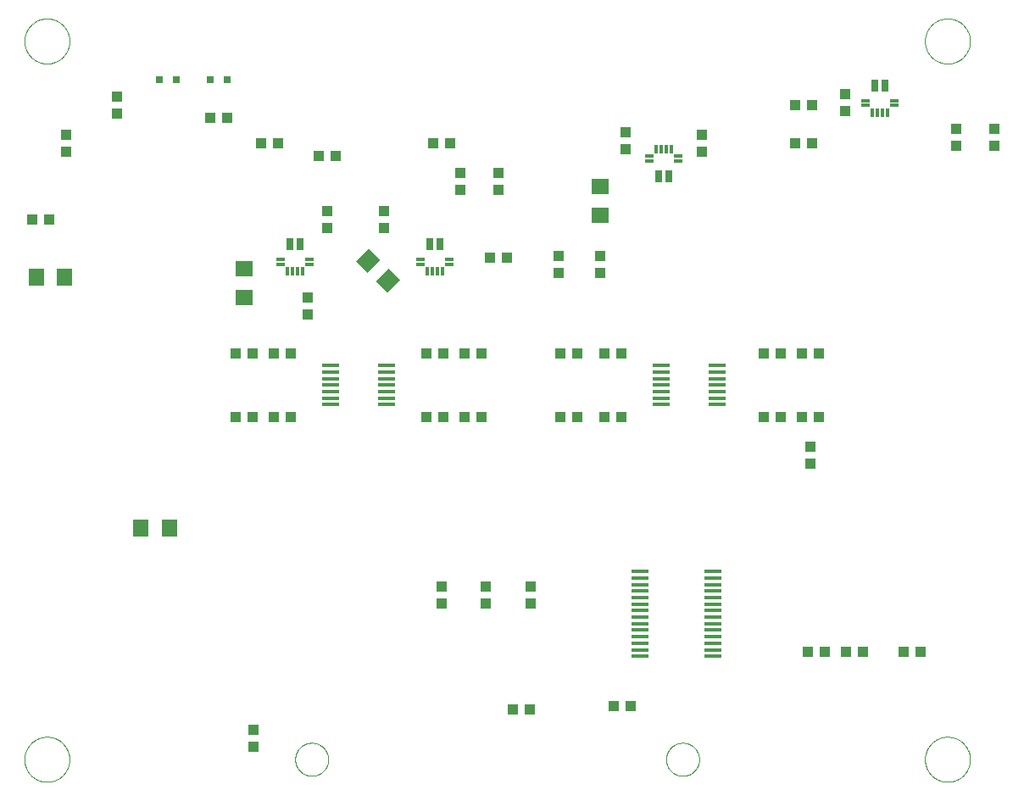
<source format=gtp>
G75*
%MOIN*%
%OFA0B0*%
%FSLAX25Y25*%
%IPPOS*%
%LPD*%
%AMOC8*
5,1,8,0,0,1.08239X$1,22.5*
%
%ADD10R,0.03150X0.05000*%
%ADD11R,0.03346X0.01181*%
%ADD12R,0.01181X0.03346*%
%ADD13R,0.03937X0.04331*%
%ADD14R,0.04331X0.03937*%
%ADD15R,0.07098X0.06299*%
%ADD16R,0.06600X0.01700*%
%ADD17R,0.06600X0.01400*%
%ADD18R,0.06299X0.07098*%
%ADD19C,0.00000*%
%ADD20R,0.02600X0.02800*%
D10*
X0124080Y0230970D03*
X0128017Y0230970D03*
X0179080Y0230970D03*
X0183017Y0230970D03*
X0269080Y0257840D03*
X0273017Y0257840D03*
X0354080Y0293470D03*
X0358017Y0293470D03*
D11*
X0361757Y0287564D03*
X0361757Y0285596D03*
X0350340Y0285596D03*
X0350340Y0287564D03*
X0276757Y0265714D03*
X0276757Y0263745D03*
X0265340Y0263745D03*
X0265340Y0265714D03*
X0186757Y0225064D03*
X0186757Y0223096D03*
X0175340Y0223096D03*
X0175340Y0225064D03*
X0131757Y0225064D03*
X0131757Y0223096D03*
X0120340Y0223096D03*
X0120340Y0225064D03*
D12*
X0123096Y0220340D03*
X0125064Y0220340D03*
X0127033Y0220340D03*
X0129001Y0220340D03*
X0178096Y0220340D03*
X0180064Y0220340D03*
X0182033Y0220340D03*
X0184001Y0220340D03*
X0268096Y0268470D03*
X0270064Y0268470D03*
X0272033Y0268470D03*
X0274001Y0268470D03*
X0353096Y0282840D03*
X0355064Y0282840D03*
X0357033Y0282840D03*
X0359001Y0282840D03*
D13*
X0329395Y0285655D03*
X0322702Y0285655D03*
X0256048Y0275251D03*
X0256048Y0268558D03*
X0229798Y0226501D03*
X0229798Y0219808D03*
X0230202Y0188155D03*
X0236895Y0188155D03*
X0247702Y0188155D03*
X0254395Y0188155D03*
X0254395Y0163155D03*
X0247702Y0163155D03*
X0236895Y0163155D03*
X0230202Y0163155D03*
X0199395Y0163155D03*
X0192702Y0163155D03*
X0184395Y0163155D03*
X0177702Y0163155D03*
X0177702Y0188155D03*
X0184395Y0188155D03*
X0192702Y0188155D03*
X0199395Y0188155D03*
X0138548Y0237308D03*
X0138548Y0244001D03*
X0135202Y0265655D03*
X0141895Y0265655D03*
X0180202Y0270655D03*
X0186895Y0270655D03*
X0206048Y0259001D03*
X0206048Y0252308D03*
X0131048Y0210251D03*
X0131048Y0203558D03*
X0124395Y0188155D03*
X0117702Y0188155D03*
X0109395Y0188155D03*
X0102702Y0188155D03*
X0102702Y0163155D03*
X0109395Y0163155D03*
X0117702Y0163155D03*
X0124395Y0163155D03*
X0183548Y0096501D03*
X0183548Y0089808D03*
X0201048Y0089808D03*
X0201048Y0096501D03*
X0218548Y0096501D03*
X0218548Y0089808D03*
X0218273Y0048115D03*
X0211580Y0048115D03*
X0251452Y0049405D03*
X0258145Y0049405D03*
X0327702Y0070655D03*
X0334395Y0070655D03*
X0342702Y0070655D03*
X0349395Y0070655D03*
X0365202Y0070655D03*
X0371895Y0070655D03*
X0331895Y0163155D03*
X0325202Y0163155D03*
X0316895Y0163155D03*
X0310202Y0163155D03*
X0310202Y0188155D03*
X0316895Y0188155D03*
X0325202Y0188155D03*
X0331895Y0188155D03*
X0401048Y0269808D03*
X0401048Y0276501D03*
X0099395Y0280655D03*
X0092702Y0280655D03*
X0036048Y0274001D03*
X0036048Y0267308D03*
X0029395Y0240655D03*
X0022702Y0240655D03*
D14*
X0056048Y0282308D03*
X0056048Y0289001D03*
X0112702Y0270655D03*
X0119395Y0270655D03*
X0161048Y0244001D03*
X0161048Y0237308D03*
X0191048Y0252308D03*
X0191048Y0259001D03*
X0202702Y0225655D03*
X0209395Y0225655D03*
X0246048Y0226501D03*
X0246048Y0219808D03*
X0286048Y0267308D03*
X0286048Y0274001D03*
X0322702Y0270655D03*
X0329395Y0270655D03*
X0342298Y0283558D03*
X0342298Y0290251D03*
X0386048Y0276501D03*
X0386048Y0269808D03*
X0328548Y0151501D03*
X0328548Y0144808D03*
X0109798Y0040251D03*
X0109798Y0033558D03*
D15*
X0106048Y0210056D03*
X0106048Y0221253D03*
X0246048Y0242556D03*
X0246048Y0253753D03*
D16*
X0261798Y0102289D03*
X0261798Y0099730D03*
X0261798Y0097171D03*
X0261798Y0094611D03*
X0261798Y0092052D03*
X0261798Y0089493D03*
X0261798Y0086934D03*
X0261798Y0084375D03*
X0261798Y0081816D03*
X0261798Y0079257D03*
X0261798Y0076698D03*
X0261798Y0074139D03*
X0261798Y0071580D03*
X0261798Y0069021D03*
X0290298Y0069021D03*
X0290298Y0071580D03*
X0290298Y0074139D03*
X0290298Y0076698D03*
X0290298Y0079257D03*
X0290298Y0081816D03*
X0290298Y0084375D03*
X0290298Y0086934D03*
X0290298Y0089493D03*
X0290298Y0092052D03*
X0290298Y0094611D03*
X0290298Y0097170D03*
X0290298Y0099730D03*
X0290298Y0102289D03*
D17*
X0292148Y0167978D03*
X0292148Y0170537D03*
X0292148Y0173096D03*
X0292148Y0175655D03*
X0292148Y0178214D03*
X0292148Y0180773D03*
X0292148Y0183332D03*
X0269948Y0183332D03*
X0269948Y0180773D03*
X0269948Y0178214D03*
X0269948Y0175655D03*
X0269948Y0173096D03*
X0269948Y0170537D03*
X0269948Y0167978D03*
X0162148Y0167978D03*
X0162148Y0170537D03*
X0162148Y0173096D03*
X0162148Y0175655D03*
X0162148Y0178214D03*
X0162148Y0180773D03*
X0162148Y0183332D03*
X0139948Y0183332D03*
X0139948Y0180773D03*
X0139948Y0178214D03*
X0139948Y0175655D03*
X0139948Y0173096D03*
X0139948Y0170537D03*
X0139948Y0167978D03*
D18*
G36*
X0162789Y0221432D02*
X0167243Y0216978D01*
X0162225Y0211960D01*
X0157771Y0216414D01*
X0162789Y0221432D01*
G37*
G36*
X0154872Y0229349D02*
X0159326Y0224895D01*
X0154308Y0219877D01*
X0149854Y0224331D01*
X0154872Y0229349D01*
G37*
X0035397Y0218155D03*
X0024200Y0218155D03*
X0065450Y0119405D03*
X0076647Y0119405D03*
D19*
X0019592Y0028450D02*
X0019595Y0028667D01*
X0019603Y0028885D01*
X0019616Y0029102D01*
X0019635Y0029318D01*
X0019659Y0029534D01*
X0019688Y0029750D01*
X0019722Y0029964D01*
X0019762Y0030178D01*
X0019807Y0030391D01*
X0019857Y0030602D01*
X0019913Y0030813D01*
X0019973Y0031021D01*
X0020039Y0031229D01*
X0020110Y0031434D01*
X0020186Y0031638D01*
X0020266Y0031840D01*
X0020352Y0032040D01*
X0020442Y0032237D01*
X0020538Y0032433D01*
X0020638Y0032626D01*
X0020743Y0032816D01*
X0020852Y0033004D01*
X0020966Y0033189D01*
X0021085Y0033371D01*
X0021208Y0033551D01*
X0021335Y0033727D01*
X0021467Y0033900D01*
X0021603Y0034069D01*
X0021743Y0034236D01*
X0021887Y0034399D01*
X0022035Y0034558D01*
X0022186Y0034714D01*
X0022342Y0034865D01*
X0022501Y0035013D01*
X0022664Y0035157D01*
X0022831Y0035297D01*
X0023000Y0035433D01*
X0023173Y0035565D01*
X0023349Y0035692D01*
X0023529Y0035815D01*
X0023711Y0035934D01*
X0023896Y0036048D01*
X0024084Y0036157D01*
X0024274Y0036262D01*
X0024467Y0036362D01*
X0024663Y0036458D01*
X0024860Y0036548D01*
X0025060Y0036634D01*
X0025262Y0036714D01*
X0025466Y0036790D01*
X0025671Y0036861D01*
X0025879Y0036927D01*
X0026087Y0036987D01*
X0026298Y0037043D01*
X0026509Y0037093D01*
X0026722Y0037138D01*
X0026936Y0037178D01*
X0027150Y0037212D01*
X0027366Y0037241D01*
X0027582Y0037265D01*
X0027798Y0037284D01*
X0028015Y0037297D01*
X0028233Y0037305D01*
X0028450Y0037308D01*
X0028667Y0037305D01*
X0028885Y0037297D01*
X0029102Y0037284D01*
X0029318Y0037265D01*
X0029534Y0037241D01*
X0029750Y0037212D01*
X0029964Y0037178D01*
X0030178Y0037138D01*
X0030391Y0037093D01*
X0030602Y0037043D01*
X0030813Y0036987D01*
X0031021Y0036927D01*
X0031229Y0036861D01*
X0031434Y0036790D01*
X0031638Y0036714D01*
X0031840Y0036634D01*
X0032040Y0036548D01*
X0032237Y0036458D01*
X0032433Y0036362D01*
X0032626Y0036262D01*
X0032816Y0036157D01*
X0033004Y0036048D01*
X0033189Y0035934D01*
X0033371Y0035815D01*
X0033551Y0035692D01*
X0033727Y0035565D01*
X0033900Y0035433D01*
X0034069Y0035297D01*
X0034236Y0035157D01*
X0034399Y0035013D01*
X0034558Y0034865D01*
X0034714Y0034714D01*
X0034865Y0034558D01*
X0035013Y0034399D01*
X0035157Y0034236D01*
X0035297Y0034069D01*
X0035433Y0033900D01*
X0035565Y0033727D01*
X0035692Y0033551D01*
X0035815Y0033371D01*
X0035934Y0033189D01*
X0036048Y0033004D01*
X0036157Y0032816D01*
X0036262Y0032626D01*
X0036362Y0032433D01*
X0036458Y0032237D01*
X0036548Y0032040D01*
X0036634Y0031840D01*
X0036714Y0031638D01*
X0036790Y0031434D01*
X0036861Y0031229D01*
X0036927Y0031021D01*
X0036987Y0030813D01*
X0037043Y0030602D01*
X0037093Y0030391D01*
X0037138Y0030178D01*
X0037178Y0029964D01*
X0037212Y0029750D01*
X0037241Y0029534D01*
X0037265Y0029318D01*
X0037284Y0029102D01*
X0037297Y0028885D01*
X0037305Y0028667D01*
X0037308Y0028450D01*
X0037305Y0028233D01*
X0037297Y0028015D01*
X0037284Y0027798D01*
X0037265Y0027582D01*
X0037241Y0027366D01*
X0037212Y0027150D01*
X0037178Y0026936D01*
X0037138Y0026722D01*
X0037093Y0026509D01*
X0037043Y0026298D01*
X0036987Y0026087D01*
X0036927Y0025879D01*
X0036861Y0025671D01*
X0036790Y0025466D01*
X0036714Y0025262D01*
X0036634Y0025060D01*
X0036548Y0024860D01*
X0036458Y0024663D01*
X0036362Y0024467D01*
X0036262Y0024274D01*
X0036157Y0024084D01*
X0036048Y0023896D01*
X0035934Y0023711D01*
X0035815Y0023529D01*
X0035692Y0023349D01*
X0035565Y0023173D01*
X0035433Y0023000D01*
X0035297Y0022831D01*
X0035157Y0022664D01*
X0035013Y0022501D01*
X0034865Y0022342D01*
X0034714Y0022186D01*
X0034558Y0022035D01*
X0034399Y0021887D01*
X0034236Y0021743D01*
X0034069Y0021603D01*
X0033900Y0021467D01*
X0033727Y0021335D01*
X0033551Y0021208D01*
X0033371Y0021085D01*
X0033189Y0020966D01*
X0033004Y0020852D01*
X0032816Y0020743D01*
X0032626Y0020638D01*
X0032433Y0020538D01*
X0032237Y0020442D01*
X0032040Y0020352D01*
X0031840Y0020266D01*
X0031638Y0020186D01*
X0031434Y0020110D01*
X0031229Y0020039D01*
X0031021Y0019973D01*
X0030813Y0019913D01*
X0030602Y0019857D01*
X0030391Y0019807D01*
X0030178Y0019762D01*
X0029964Y0019722D01*
X0029750Y0019688D01*
X0029534Y0019659D01*
X0029318Y0019635D01*
X0029102Y0019616D01*
X0028885Y0019603D01*
X0028667Y0019595D01*
X0028450Y0019592D01*
X0028233Y0019595D01*
X0028015Y0019603D01*
X0027798Y0019616D01*
X0027582Y0019635D01*
X0027366Y0019659D01*
X0027150Y0019688D01*
X0026936Y0019722D01*
X0026722Y0019762D01*
X0026509Y0019807D01*
X0026298Y0019857D01*
X0026087Y0019913D01*
X0025879Y0019973D01*
X0025671Y0020039D01*
X0025466Y0020110D01*
X0025262Y0020186D01*
X0025060Y0020266D01*
X0024860Y0020352D01*
X0024663Y0020442D01*
X0024467Y0020538D01*
X0024274Y0020638D01*
X0024084Y0020743D01*
X0023896Y0020852D01*
X0023711Y0020966D01*
X0023529Y0021085D01*
X0023349Y0021208D01*
X0023173Y0021335D01*
X0023000Y0021467D01*
X0022831Y0021603D01*
X0022664Y0021743D01*
X0022501Y0021887D01*
X0022342Y0022035D01*
X0022186Y0022186D01*
X0022035Y0022342D01*
X0021887Y0022501D01*
X0021743Y0022664D01*
X0021603Y0022831D01*
X0021467Y0023000D01*
X0021335Y0023173D01*
X0021208Y0023349D01*
X0021085Y0023529D01*
X0020966Y0023711D01*
X0020852Y0023896D01*
X0020743Y0024084D01*
X0020638Y0024274D01*
X0020538Y0024467D01*
X0020442Y0024663D01*
X0020352Y0024860D01*
X0020266Y0025060D01*
X0020186Y0025262D01*
X0020110Y0025466D01*
X0020039Y0025671D01*
X0019973Y0025879D01*
X0019913Y0026087D01*
X0019857Y0026298D01*
X0019807Y0026509D01*
X0019762Y0026722D01*
X0019722Y0026936D01*
X0019688Y0027150D01*
X0019659Y0027366D01*
X0019635Y0027582D01*
X0019616Y0027798D01*
X0019603Y0028015D01*
X0019595Y0028233D01*
X0019592Y0028450D01*
X0126088Y0028450D02*
X0126090Y0028611D01*
X0126096Y0028771D01*
X0126106Y0028932D01*
X0126120Y0029092D01*
X0126138Y0029251D01*
X0126159Y0029411D01*
X0126185Y0029569D01*
X0126215Y0029727D01*
X0126248Y0029884D01*
X0126286Y0030041D01*
X0126327Y0030196D01*
X0126372Y0030350D01*
X0126421Y0030503D01*
X0126474Y0030655D01*
X0126530Y0030805D01*
X0126590Y0030954D01*
X0126654Y0031102D01*
X0126721Y0031248D01*
X0126792Y0031392D01*
X0126867Y0031534D01*
X0126945Y0031675D01*
X0127026Y0031813D01*
X0127111Y0031950D01*
X0127200Y0032084D01*
X0127291Y0032216D01*
X0127386Y0032346D01*
X0127484Y0032473D01*
X0127585Y0032598D01*
X0127689Y0032721D01*
X0127796Y0032840D01*
X0127906Y0032957D01*
X0128019Y0033072D01*
X0128135Y0033183D01*
X0128253Y0033292D01*
X0128374Y0033397D01*
X0128498Y0033500D01*
X0128624Y0033600D01*
X0128753Y0033696D01*
X0128884Y0033789D01*
X0129017Y0033879D01*
X0129152Y0033966D01*
X0129290Y0034049D01*
X0129429Y0034128D01*
X0129571Y0034205D01*
X0129714Y0034278D01*
X0129859Y0034347D01*
X0130006Y0034412D01*
X0130154Y0034474D01*
X0130304Y0034533D01*
X0130455Y0034587D01*
X0130607Y0034638D01*
X0130761Y0034685D01*
X0130916Y0034728D01*
X0131071Y0034767D01*
X0131228Y0034803D01*
X0131386Y0034835D01*
X0131544Y0034862D01*
X0131703Y0034886D01*
X0131862Y0034906D01*
X0132022Y0034922D01*
X0132183Y0034934D01*
X0132343Y0034942D01*
X0132504Y0034946D01*
X0132664Y0034946D01*
X0132825Y0034942D01*
X0132985Y0034934D01*
X0133146Y0034922D01*
X0133306Y0034906D01*
X0133465Y0034886D01*
X0133624Y0034862D01*
X0133782Y0034835D01*
X0133940Y0034803D01*
X0134097Y0034767D01*
X0134252Y0034728D01*
X0134407Y0034685D01*
X0134561Y0034638D01*
X0134713Y0034587D01*
X0134864Y0034533D01*
X0135014Y0034474D01*
X0135162Y0034412D01*
X0135309Y0034347D01*
X0135454Y0034278D01*
X0135597Y0034205D01*
X0135739Y0034128D01*
X0135878Y0034049D01*
X0136016Y0033966D01*
X0136151Y0033879D01*
X0136284Y0033789D01*
X0136415Y0033696D01*
X0136544Y0033600D01*
X0136670Y0033500D01*
X0136794Y0033397D01*
X0136915Y0033292D01*
X0137033Y0033183D01*
X0137149Y0033072D01*
X0137262Y0032957D01*
X0137372Y0032840D01*
X0137479Y0032721D01*
X0137583Y0032598D01*
X0137684Y0032473D01*
X0137782Y0032346D01*
X0137877Y0032216D01*
X0137968Y0032084D01*
X0138057Y0031950D01*
X0138142Y0031813D01*
X0138223Y0031675D01*
X0138301Y0031534D01*
X0138376Y0031392D01*
X0138447Y0031248D01*
X0138514Y0031102D01*
X0138578Y0030954D01*
X0138638Y0030805D01*
X0138694Y0030655D01*
X0138747Y0030503D01*
X0138796Y0030350D01*
X0138841Y0030196D01*
X0138882Y0030041D01*
X0138920Y0029884D01*
X0138953Y0029727D01*
X0138983Y0029569D01*
X0139009Y0029411D01*
X0139030Y0029251D01*
X0139048Y0029092D01*
X0139062Y0028932D01*
X0139072Y0028771D01*
X0139078Y0028611D01*
X0139080Y0028450D01*
X0139078Y0028289D01*
X0139072Y0028129D01*
X0139062Y0027968D01*
X0139048Y0027808D01*
X0139030Y0027649D01*
X0139009Y0027489D01*
X0138983Y0027331D01*
X0138953Y0027173D01*
X0138920Y0027016D01*
X0138882Y0026859D01*
X0138841Y0026704D01*
X0138796Y0026550D01*
X0138747Y0026397D01*
X0138694Y0026245D01*
X0138638Y0026095D01*
X0138578Y0025946D01*
X0138514Y0025798D01*
X0138447Y0025652D01*
X0138376Y0025508D01*
X0138301Y0025366D01*
X0138223Y0025225D01*
X0138142Y0025087D01*
X0138057Y0024950D01*
X0137968Y0024816D01*
X0137877Y0024684D01*
X0137782Y0024554D01*
X0137684Y0024427D01*
X0137583Y0024302D01*
X0137479Y0024179D01*
X0137372Y0024060D01*
X0137262Y0023943D01*
X0137149Y0023828D01*
X0137033Y0023717D01*
X0136915Y0023608D01*
X0136794Y0023503D01*
X0136670Y0023400D01*
X0136544Y0023300D01*
X0136415Y0023204D01*
X0136284Y0023111D01*
X0136151Y0023021D01*
X0136016Y0022934D01*
X0135878Y0022851D01*
X0135739Y0022772D01*
X0135597Y0022695D01*
X0135454Y0022622D01*
X0135309Y0022553D01*
X0135162Y0022488D01*
X0135014Y0022426D01*
X0134864Y0022367D01*
X0134713Y0022313D01*
X0134561Y0022262D01*
X0134407Y0022215D01*
X0134252Y0022172D01*
X0134097Y0022133D01*
X0133940Y0022097D01*
X0133782Y0022065D01*
X0133624Y0022038D01*
X0133465Y0022014D01*
X0133306Y0021994D01*
X0133146Y0021978D01*
X0132985Y0021966D01*
X0132825Y0021958D01*
X0132664Y0021954D01*
X0132504Y0021954D01*
X0132343Y0021958D01*
X0132183Y0021966D01*
X0132022Y0021978D01*
X0131862Y0021994D01*
X0131703Y0022014D01*
X0131544Y0022038D01*
X0131386Y0022065D01*
X0131228Y0022097D01*
X0131071Y0022133D01*
X0130916Y0022172D01*
X0130761Y0022215D01*
X0130607Y0022262D01*
X0130455Y0022313D01*
X0130304Y0022367D01*
X0130154Y0022426D01*
X0130006Y0022488D01*
X0129859Y0022553D01*
X0129714Y0022622D01*
X0129571Y0022695D01*
X0129429Y0022772D01*
X0129290Y0022851D01*
X0129152Y0022934D01*
X0129017Y0023021D01*
X0128884Y0023111D01*
X0128753Y0023204D01*
X0128624Y0023300D01*
X0128498Y0023400D01*
X0128374Y0023503D01*
X0128253Y0023608D01*
X0128135Y0023717D01*
X0128019Y0023828D01*
X0127906Y0023943D01*
X0127796Y0024060D01*
X0127689Y0024179D01*
X0127585Y0024302D01*
X0127484Y0024427D01*
X0127386Y0024554D01*
X0127291Y0024684D01*
X0127200Y0024816D01*
X0127111Y0024950D01*
X0127026Y0025087D01*
X0126945Y0025225D01*
X0126867Y0025366D01*
X0126792Y0025508D01*
X0126721Y0025652D01*
X0126654Y0025798D01*
X0126590Y0025946D01*
X0126530Y0026095D01*
X0126474Y0026245D01*
X0126421Y0026397D01*
X0126372Y0026550D01*
X0126327Y0026704D01*
X0126286Y0026859D01*
X0126248Y0027016D01*
X0126215Y0027173D01*
X0126185Y0027331D01*
X0126159Y0027489D01*
X0126138Y0027649D01*
X0126120Y0027808D01*
X0126106Y0027968D01*
X0126096Y0028129D01*
X0126090Y0028289D01*
X0126088Y0028450D01*
X0271954Y0028450D02*
X0271956Y0028611D01*
X0271962Y0028771D01*
X0271972Y0028932D01*
X0271986Y0029092D01*
X0272004Y0029251D01*
X0272025Y0029411D01*
X0272051Y0029569D01*
X0272081Y0029727D01*
X0272114Y0029884D01*
X0272152Y0030041D01*
X0272193Y0030196D01*
X0272238Y0030350D01*
X0272287Y0030503D01*
X0272340Y0030655D01*
X0272396Y0030805D01*
X0272456Y0030954D01*
X0272520Y0031102D01*
X0272587Y0031248D01*
X0272658Y0031392D01*
X0272733Y0031534D01*
X0272811Y0031675D01*
X0272892Y0031813D01*
X0272977Y0031950D01*
X0273066Y0032084D01*
X0273157Y0032216D01*
X0273252Y0032346D01*
X0273350Y0032473D01*
X0273451Y0032598D01*
X0273555Y0032721D01*
X0273662Y0032840D01*
X0273772Y0032957D01*
X0273885Y0033072D01*
X0274001Y0033183D01*
X0274119Y0033292D01*
X0274240Y0033397D01*
X0274364Y0033500D01*
X0274490Y0033600D01*
X0274619Y0033696D01*
X0274750Y0033789D01*
X0274883Y0033879D01*
X0275018Y0033966D01*
X0275156Y0034049D01*
X0275295Y0034128D01*
X0275437Y0034205D01*
X0275580Y0034278D01*
X0275725Y0034347D01*
X0275872Y0034412D01*
X0276020Y0034474D01*
X0276170Y0034533D01*
X0276321Y0034587D01*
X0276473Y0034638D01*
X0276627Y0034685D01*
X0276782Y0034728D01*
X0276937Y0034767D01*
X0277094Y0034803D01*
X0277252Y0034835D01*
X0277410Y0034862D01*
X0277569Y0034886D01*
X0277728Y0034906D01*
X0277888Y0034922D01*
X0278049Y0034934D01*
X0278209Y0034942D01*
X0278370Y0034946D01*
X0278530Y0034946D01*
X0278691Y0034942D01*
X0278851Y0034934D01*
X0279012Y0034922D01*
X0279172Y0034906D01*
X0279331Y0034886D01*
X0279490Y0034862D01*
X0279648Y0034835D01*
X0279806Y0034803D01*
X0279963Y0034767D01*
X0280118Y0034728D01*
X0280273Y0034685D01*
X0280427Y0034638D01*
X0280579Y0034587D01*
X0280730Y0034533D01*
X0280880Y0034474D01*
X0281028Y0034412D01*
X0281175Y0034347D01*
X0281320Y0034278D01*
X0281463Y0034205D01*
X0281605Y0034128D01*
X0281744Y0034049D01*
X0281882Y0033966D01*
X0282017Y0033879D01*
X0282150Y0033789D01*
X0282281Y0033696D01*
X0282410Y0033600D01*
X0282536Y0033500D01*
X0282660Y0033397D01*
X0282781Y0033292D01*
X0282899Y0033183D01*
X0283015Y0033072D01*
X0283128Y0032957D01*
X0283238Y0032840D01*
X0283345Y0032721D01*
X0283449Y0032598D01*
X0283550Y0032473D01*
X0283648Y0032346D01*
X0283743Y0032216D01*
X0283834Y0032084D01*
X0283923Y0031950D01*
X0284008Y0031813D01*
X0284089Y0031675D01*
X0284167Y0031534D01*
X0284242Y0031392D01*
X0284313Y0031248D01*
X0284380Y0031102D01*
X0284444Y0030954D01*
X0284504Y0030805D01*
X0284560Y0030655D01*
X0284613Y0030503D01*
X0284662Y0030350D01*
X0284707Y0030196D01*
X0284748Y0030041D01*
X0284786Y0029884D01*
X0284819Y0029727D01*
X0284849Y0029569D01*
X0284875Y0029411D01*
X0284896Y0029251D01*
X0284914Y0029092D01*
X0284928Y0028932D01*
X0284938Y0028771D01*
X0284944Y0028611D01*
X0284946Y0028450D01*
X0284944Y0028289D01*
X0284938Y0028129D01*
X0284928Y0027968D01*
X0284914Y0027808D01*
X0284896Y0027649D01*
X0284875Y0027489D01*
X0284849Y0027331D01*
X0284819Y0027173D01*
X0284786Y0027016D01*
X0284748Y0026859D01*
X0284707Y0026704D01*
X0284662Y0026550D01*
X0284613Y0026397D01*
X0284560Y0026245D01*
X0284504Y0026095D01*
X0284444Y0025946D01*
X0284380Y0025798D01*
X0284313Y0025652D01*
X0284242Y0025508D01*
X0284167Y0025366D01*
X0284089Y0025225D01*
X0284008Y0025087D01*
X0283923Y0024950D01*
X0283834Y0024816D01*
X0283743Y0024684D01*
X0283648Y0024554D01*
X0283550Y0024427D01*
X0283449Y0024302D01*
X0283345Y0024179D01*
X0283238Y0024060D01*
X0283128Y0023943D01*
X0283015Y0023828D01*
X0282899Y0023717D01*
X0282781Y0023608D01*
X0282660Y0023503D01*
X0282536Y0023400D01*
X0282410Y0023300D01*
X0282281Y0023204D01*
X0282150Y0023111D01*
X0282017Y0023021D01*
X0281882Y0022934D01*
X0281744Y0022851D01*
X0281605Y0022772D01*
X0281463Y0022695D01*
X0281320Y0022622D01*
X0281175Y0022553D01*
X0281028Y0022488D01*
X0280880Y0022426D01*
X0280730Y0022367D01*
X0280579Y0022313D01*
X0280427Y0022262D01*
X0280273Y0022215D01*
X0280118Y0022172D01*
X0279963Y0022133D01*
X0279806Y0022097D01*
X0279648Y0022065D01*
X0279490Y0022038D01*
X0279331Y0022014D01*
X0279172Y0021994D01*
X0279012Y0021978D01*
X0278851Y0021966D01*
X0278691Y0021958D01*
X0278530Y0021954D01*
X0278370Y0021954D01*
X0278209Y0021958D01*
X0278049Y0021966D01*
X0277888Y0021978D01*
X0277728Y0021994D01*
X0277569Y0022014D01*
X0277410Y0022038D01*
X0277252Y0022065D01*
X0277094Y0022097D01*
X0276937Y0022133D01*
X0276782Y0022172D01*
X0276627Y0022215D01*
X0276473Y0022262D01*
X0276321Y0022313D01*
X0276170Y0022367D01*
X0276020Y0022426D01*
X0275872Y0022488D01*
X0275725Y0022553D01*
X0275580Y0022622D01*
X0275437Y0022695D01*
X0275295Y0022772D01*
X0275156Y0022851D01*
X0275018Y0022934D01*
X0274883Y0023021D01*
X0274750Y0023111D01*
X0274619Y0023204D01*
X0274490Y0023300D01*
X0274364Y0023400D01*
X0274240Y0023503D01*
X0274119Y0023608D01*
X0274001Y0023717D01*
X0273885Y0023828D01*
X0273772Y0023943D01*
X0273662Y0024060D01*
X0273555Y0024179D01*
X0273451Y0024302D01*
X0273350Y0024427D01*
X0273252Y0024554D01*
X0273157Y0024684D01*
X0273066Y0024816D01*
X0272977Y0024950D01*
X0272892Y0025087D01*
X0272811Y0025225D01*
X0272733Y0025366D01*
X0272658Y0025508D01*
X0272587Y0025652D01*
X0272520Y0025798D01*
X0272456Y0025946D01*
X0272396Y0026095D01*
X0272340Y0026245D01*
X0272287Y0026397D01*
X0272238Y0026550D01*
X0272193Y0026704D01*
X0272152Y0026859D01*
X0272114Y0027016D01*
X0272081Y0027173D01*
X0272051Y0027331D01*
X0272025Y0027489D01*
X0272004Y0027649D01*
X0271986Y0027808D01*
X0271972Y0027968D01*
X0271962Y0028129D01*
X0271956Y0028289D01*
X0271954Y0028450D01*
X0373726Y0028450D02*
X0373729Y0028667D01*
X0373737Y0028885D01*
X0373750Y0029102D01*
X0373769Y0029318D01*
X0373793Y0029534D01*
X0373822Y0029750D01*
X0373856Y0029964D01*
X0373896Y0030178D01*
X0373941Y0030391D01*
X0373991Y0030602D01*
X0374047Y0030813D01*
X0374107Y0031021D01*
X0374173Y0031229D01*
X0374244Y0031434D01*
X0374320Y0031638D01*
X0374400Y0031840D01*
X0374486Y0032040D01*
X0374576Y0032237D01*
X0374672Y0032433D01*
X0374772Y0032626D01*
X0374877Y0032816D01*
X0374986Y0033004D01*
X0375100Y0033189D01*
X0375219Y0033371D01*
X0375342Y0033551D01*
X0375469Y0033727D01*
X0375601Y0033900D01*
X0375737Y0034069D01*
X0375877Y0034236D01*
X0376021Y0034399D01*
X0376169Y0034558D01*
X0376320Y0034714D01*
X0376476Y0034865D01*
X0376635Y0035013D01*
X0376798Y0035157D01*
X0376965Y0035297D01*
X0377134Y0035433D01*
X0377307Y0035565D01*
X0377483Y0035692D01*
X0377663Y0035815D01*
X0377845Y0035934D01*
X0378030Y0036048D01*
X0378218Y0036157D01*
X0378408Y0036262D01*
X0378601Y0036362D01*
X0378797Y0036458D01*
X0378994Y0036548D01*
X0379194Y0036634D01*
X0379396Y0036714D01*
X0379600Y0036790D01*
X0379805Y0036861D01*
X0380013Y0036927D01*
X0380221Y0036987D01*
X0380432Y0037043D01*
X0380643Y0037093D01*
X0380856Y0037138D01*
X0381070Y0037178D01*
X0381284Y0037212D01*
X0381500Y0037241D01*
X0381716Y0037265D01*
X0381932Y0037284D01*
X0382149Y0037297D01*
X0382367Y0037305D01*
X0382584Y0037308D01*
X0382801Y0037305D01*
X0383019Y0037297D01*
X0383236Y0037284D01*
X0383452Y0037265D01*
X0383668Y0037241D01*
X0383884Y0037212D01*
X0384098Y0037178D01*
X0384312Y0037138D01*
X0384525Y0037093D01*
X0384736Y0037043D01*
X0384947Y0036987D01*
X0385155Y0036927D01*
X0385363Y0036861D01*
X0385568Y0036790D01*
X0385772Y0036714D01*
X0385974Y0036634D01*
X0386174Y0036548D01*
X0386371Y0036458D01*
X0386567Y0036362D01*
X0386760Y0036262D01*
X0386950Y0036157D01*
X0387138Y0036048D01*
X0387323Y0035934D01*
X0387505Y0035815D01*
X0387685Y0035692D01*
X0387861Y0035565D01*
X0388034Y0035433D01*
X0388203Y0035297D01*
X0388370Y0035157D01*
X0388533Y0035013D01*
X0388692Y0034865D01*
X0388848Y0034714D01*
X0388999Y0034558D01*
X0389147Y0034399D01*
X0389291Y0034236D01*
X0389431Y0034069D01*
X0389567Y0033900D01*
X0389699Y0033727D01*
X0389826Y0033551D01*
X0389949Y0033371D01*
X0390068Y0033189D01*
X0390182Y0033004D01*
X0390291Y0032816D01*
X0390396Y0032626D01*
X0390496Y0032433D01*
X0390592Y0032237D01*
X0390682Y0032040D01*
X0390768Y0031840D01*
X0390848Y0031638D01*
X0390924Y0031434D01*
X0390995Y0031229D01*
X0391061Y0031021D01*
X0391121Y0030813D01*
X0391177Y0030602D01*
X0391227Y0030391D01*
X0391272Y0030178D01*
X0391312Y0029964D01*
X0391346Y0029750D01*
X0391375Y0029534D01*
X0391399Y0029318D01*
X0391418Y0029102D01*
X0391431Y0028885D01*
X0391439Y0028667D01*
X0391442Y0028450D01*
X0391439Y0028233D01*
X0391431Y0028015D01*
X0391418Y0027798D01*
X0391399Y0027582D01*
X0391375Y0027366D01*
X0391346Y0027150D01*
X0391312Y0026936D01*
X0391272Y0026722D01*
X0391227Y0026509D01*
X0391177Y0026298D01*
X0391121Y0026087D01*
X0391061Y0025879D01*
X0390995Y0025671D01*
X0390924Y0025466D01*
X0390848Y0025262D01*
X0390768Y0025060D01*
X0390682Y0024860D01*
X0390592Y0024663D01*
X0390496Y0024467D01*
X0390396Y0024274D01*
X0390291Y0024084D01*
X0390182Y0023896D01*
X0390068Y0023711D01*
X0389949Y0023529D01*
X0389826Y0023349D01*
X0389699Y0023173D01*
X0389567Y0023000D01*
X0389431Y0022831D01*
X0389291Y0022664D01*
X0389147Y0022501D01*
X0388999Y0022342D01*
X0388848Y0022186D01*
X0388692Y0022035D01*
X0388533Y0021887D01*
X0388370Y0021743D01*
X0388203Y0021603D01*
X0388034Y0021467D01*
X0387861Y0021335D01*
X0387685Y0021208D01*
X0387505Y0021085D01*
X0387323Y0020966D01*
X0387138Y0020852D01*
X0386950Y0020743D01*
X0386760Y0020638D01*
X0386567Y0020538D01*
X0386371Y0020442D01*
X0386174Y0020352D01*
X0385974Y0020266D01*
X0385772Y0020186D01*
X0385568Y0020110D01*
X0385363Y0020039D01*
X0385155Y0019973D01*
X0384947Y0019913D01*
X0384736Y0019857D01*
X0384525Y0019807D01*
X0384312Y0019762D01*
X0384098Y0019722D01*
X0383884Y0019688D01*
X0383668Y0019659D01*
X0383452Y0019635D01*
X0383236Y0019616D01*
X0383019Y0019603D01*
X0382801Y0019595D01*
X0382584Y0019592D01*
X0382367Y0019595D01*
X0382149Y0019603D01*
X0381932Y0019616D01*
X0381716Y0019635D01*
X0381500Y0019659D01*
X0381284Y0019688D01*
X0381070Y0019722D01*
X0380856Y0019762D01*
X0380643Y0019807D01*
X0380432Y0019857D01*
X0380221Y0019913D01*
X0380013Y0019973D01*
X0379805Y0020039D01*
X0379600Y0020110D01*
X0379396Y0020186D01*
X0379194Y0020266D01*
X0378994Y0020352D01*
X0378797Y0020442D01*
X0378601Y0020538D01*
X0378408Y0020638D01*
X0378218Y0020743D01*
X0378030Y0020852D01*
X0377845Y0020966D01*
X0377663Y0021085D01*
X0377483Y0021208D01*
X0377307Y0021335D01*
X0377134Y0021467D01*
X0376965Y0021603D01*
X0376798Y0021743D01*
X0376635Y0021887D01*
X0376476Y0022035D01*
X0376320Y0022186D01*
X0376169Y0022342D01*
X0376021Y0022501D01*
X0375877Y0022664D01*
X0375737Y0022831D01*
X0375601Y0023000D01*
X0375469Y0023173D01*
X0375342Y0023349D01*
X0375219Y0023529D01*
X0375100Y0023711D01*
X0374986Y0023896D01*
X0374877Y0024084D01*
X0374772Y0024274D01*
X0374672Y0024467D01*
X0374576Y0024663D01*
X0374486Y0024860D01*
X0374400Y0025060D01*
X0374320Y0025262D01*
X0374244Y0025466D01*
X0374173Y0025671D01*
X0374107Y0025879D01*
X0374047Y0026087D01*
X0373991Y0026298D01*
X0373941Y0026509D01*
X0373896Y0026722D01*
X0373856Y0026936D01*
X0373822Y0027150D01*
X0373793Y0027366D01*
X0373769Y0027582D01*
X0373750Y0027798D01*
X0373737Y0028015D01*
X0373729Y0028233D01*
X0373726Y0028450D01*
X0373726Y0310930D02*
X0373729Y0311147D01*
X0373737Y0311365D01*
X0373750Y0311582D01*
X0373769Y0311798D01*
X0373793Y0312014D01*
X0373822Y0312230D01*
X0373856Y0312444D01*
X0373896Y0312658D01*
X0373941Y0312871D01*
X0373991Y0313082D01*
X0374047Y0313293D01*
X0374107Y0313501D01*
X0374173Y0313709D01*
X0374244Y0313914D01*
X0374320Y0314118D01*
X0374400Y0314320D01*
X0374486Y0314520D01*
X0374576Y0314717D01*
X0374672Y0314913D01*
X0374772Y0315106D01*
X0374877Y0315296D01*
X0374986Y0315484D01*
X0375100Y0315669D01*
X0375219Y0315851D01*
X0375342Y0316031D01*
X0375469Y0316207D01*
X0375601Y0316380D01*
X0375737Y0316549D01*
X0375877Y0316716D01*
X0376021Y0316879D01*
X0376169Y0317038D01*
X0376320Y0317194D01*
X0376476Y0317345D01*
X0376635Y0317493D01*
X0376798Y0317637D01*
X0376965Y0317777D01*
X0377134Y0317913D01*
X0377307Y0318045D01*
X0377483Y0318172D01*
X0377663Y0318295D01*
X0377845Y0318414D01*
X0378030Y0318528D01*
X0378218Y0318637D01*
X0378408Y0318742D01*
X0378601Y0318842D01*
X0378797Y0318938D01*
X0378994Y0319028D01*
X0379194Y0319114D01*
X0379396Y0319194D01*
X0379600Y0319270D01*
X0379805Y0319341D01*
X0380013Y0319407D01*
X0380221Y0319467D01*
X0380432Y0319523D01*
X0380643Y0319573D01*
X0380856Y0319618D01*
X0381070Y0319658D01*
X0381284Y0319692D01*
X0381500Y0319721D01*
X0381716Y0319745D01*
X0381932Y0319764D01*
X0382149Y0319777D01*
X0382367Y0319785D01*
X0382584Y0319788D01*
X0382801Y0319785D01*
X0383019Y0319777D01*
X0383236Y0319764D01*
X0383452Y0319745D01*
X0383668Y0319721D01*
X0383884Y0319692D01*
X0384098Y0319658D01*
X0384312Y0319618D01*
X0384525Y0319573D01*
X0384736Y0319523D01*
X0384947Y0319467D01*
X0385155Y0319407D01*
X0385363Y0319341D01*
X0385568Y0319270D01*
X0385772Y0319194D01*
X0385974Y0319114D01*
X0386174Y0319028D01*
X0386371Y0318938D01*
X0386567Y0318842D01*
X0386760Y0318742D01*
X0386950Y0318637D01*
X0387138Y0318528D01*
X0387323Y0318414D01*
X0387505Y0318295D01*
X0387685Y0318172D01*
X0387861Y0318045D01*
X0388034Y0317913D01*
X0388203Y0317777D01*
X0388370Y0317637D01*
X0388533Y0317493D01*
X0388692Y0317345D01*
X0388848Y0317194D01*
X0388999Y0317038D01*
X0389147Y0316879D01*
X0389291Y0316716D01*
X0389431Y0316549D01*
X0389567Y0316380D01*
X0389699Y0316207D01*
X0389826Y0316031D01*
X0389949Y0315851D01*
X0390068Y0315669D01*
X0390182Y0315484D01*
X0390291Y0315296D01*
X0390396Y0315106D01*
X0390496Y0314913D01*
X0390592Y0314717D01*
X0390682Y0314520D01*
X0390768Y0314320D01*
X0390848Y0314118D01*
X0390924Y0313914D01*
X0390995Y0313709D01*
X0391061Y0313501D01*
X0391121Y0313293D01*
X0391177Y0313082D01*
X0391227Y0312871D01*
X0391272Y0312658D01*
X0391312Y0312444D01*
X0391346Y0312230D01*
X0391375Y0312014D01*
X0391399Y0311798D01*
X0391418Y0311582D01*
X0391431Y0311365D01*
X0391439Y0311147D01*
X0391442Y0310930D01*
X0391439Y0310713D01*
X0391431Y0310495D01*
X0391418Y0310278D01*
X0391399Y0310062D01*
X0391375Y0309846D01*
X0391346Y0309630D01*
X0391312Y0309416D01*
X0391272Y0309202D01*
X0391227Y0308989D01*
X0391177Y0308778D01*
X0391121Y0308567D01*
X0391061Y0308359D01*
X0390995Y0308151D01*
X0390924Y0307946D01*
X0390848Y0307742D01*
X0390768Y0307540D01*
X0390682Y0307340D01*
X0390592Y0307143D01*
X0390496Y0306947D01*
X0390396Y0306754D01*
X0390291Y0306564D01*
X0390182Y0306376D01*
X0390068Y0306191D01*
X0389949Y0306009D01*
X0389826Y0305829D01*
X0389699Y0305653D01*
X0389567Y0305480D01*
X0389431Y0305311D01*
X0389291Y0305144D01*
X0389147Y0304981D01*
X0388999Y0304822D01*
X0388848Y0304666D01*
X0388692Y0304515D01*
X0388533Y0304367D01*
X0388370Y0304223D01*
X0388203Y0304083D01*
X0388034Y0303947D01*
X0387861Y0303815D01*
X0387685Y0303688D01*
X0387505Y0303565D01*
X0387323Y0303446D01*
X0387138Y0303332D01*
X0386950Y0303223D01*
X0386760Y0303118D01*
X0386567Y0303018D01*
X0386371Y0302922D01*
X0386174Y0302832D01*
X0385974Y0302746D01*
X0385772Y0302666D01*
X0385568Y0302590D01*
X0385363Y0302519D01*
X0385155Y0302453D01*
X0384947Y0302393D01*
X0384736Y0302337D01*
X0384525Y0302287D01*
X0384312Y0302242D01*
X0384098Y0302202D01*
X0383884Y0302168D01*
X0383668Y0302139D01*
X0383452Y0302115D01*
X0383236Y0302096D01*
X0383019Y0302083D01*
X0382801Y0302075D01*
X0382584Y0302072D01*
X0382367Y0302075D01*
X0382149Y0302083D01*
X0381932Y0302096D01*
X0381716Y0302115D01*
X0381500Y0302139D01*
X0381284Y0302168D01*
X0381070Y0302202D01*
X0380856Y0302242D01*
X0380643Y0302287D01*
X0380432Y0302337D01*
X0380221Y0302393D01*
X0380013Y0302453D01*
X0379805Y0302519D01*
X0379600Y0302590D01*
X0379396Y0302666D01*
X0379194Y0302746D01*
X0378994Y0302832D01*
X0378797Y0302922D01*
X0378601Y0303018D01*
X0378408Y0303118D01*
X0378218Y0303223D01*
X0378030Y0303332D01*
X0377845Y0303446D01*
X0377663Y0303565D01*
X0377483Y0303688D01*
X0377307Y0303815D01*
X0377134Y0303947D01*
X0376965Y0304083D01*
X0376798Y0304223D01*
X0376635Y0304367D01*
X0376476Y0304515D01*
X0376320Y0304666D01*
X0376169Y0304822D01*
X0376021Y0304981D01*
X0375877Y0305144D01*
X0375737Y0305311D01*
X0375601Y0305480D01*
X0375469Y0305653D01*
X0375342Y0305829D01*
X0375219Y0306009D01*
X0375100Y0306191D01*
X0374986Y0306376D01*
X0374877Y0306564D01*
X0374772Y0306754D01*
X0374672Y0306947D01*
X0374576Y0307143D01*
X0374486Y0307340D01*
X0374400Y0307540D01*
X0374320Y0307742D01*
X0374244Y0307946D01*
X0374173Y0308151D01*
X0374107Y0308359D01*
X0374047Y0308567D01*
X0373991Y0308778D01*
X0373941Y0308989D01*
X0373896Y0309202D01*
X0373856Y0309416D01*
X0373822Y0309630D01*
X0373793Y0309846D01*
X0373769Y0310062D01*
X0373750Y0310278D01*
X0373737Y0310495D01*
X0373729Y0310713D01*
X0373726Y0310930D01*
X0019592Y0310930D02*
X0019595Y0311147D01*
X0019603Y0311365D01*
X0019616Y0311582D01*
X0019635Y0311798D01*
X0019659Y0312014D01*
X0019688Y0312230D01*
X0019722Y0312444D01*
X0019762Y0312658D01*
X0019807Y0312871D01*
X0019857Y0313082D01*
X0019913Y0313293D01*
X0019973Y0313501D01*
X0020039Y0313709D01*
X0020110Y0313914D01*
X0020186Y0314118D01*
X0020266Y0314320D01*
X0020352Y0314520D01*
X0020442Y0314717D01*
X0020538Y0314913D01*
X0020638Y0315106D01*
X0020743Y0315296D01*
X0020852Y0315484D01*
X0020966Y0315669D01*
X0021085Y0315851D01*
X0021208Y0316031D01*
X0021335Y0316207D01*
X0021467Y0316380D01*
X0021603Y0316549D01*
X0021743Y0316716D01*
X0021887Y0316879D01*
X0022035Y0317038D01*
X0022186Y0317194D01*
X0022342Y0317345D01*
X0022501Y0317493D01*
X0022664Y0317637D01*
X0022831Y0317777D01*
X0023000Y0317913D01*
X0023173Y0318045D01*
X0023349Y0318172D01*
X0023529Y0318295D01*
X0023711Y0318414D01*
X0023896Y0318528D01*
X0024084Y0318637D01*
X0024274Y0318742D01*
X0024467Y0318842D01*
X0024663Y0318938D01*
X0024860Y0319028D01*
X0025060Y0319114D01*
X0025262Y0319194D01*
X0025466Y0319270D01*
X0025671Y0319341D01*
X0025879Y0319407D01*
X0026087Y0319467D01*
X0026298Y0319523D01*
X0026509Y0319573D01*
X0026722Y0319618D01*
X0026936Y0319658D01*
X0027150Y0319692D01*
X0027366Y0319721D01*
X0027582Y0319745D01*
X0027798Y0319764D01*
X0028015Y0319777D01*
X0028233Y0319785D01*
X0028450Y0319788D01*
X0028667Y0319785D01*
X0028885Y0319777D01*
X0029102Y0319764D01*
X0029318Y0319745D01*
X0029534Y0319721D01*
X0029750Y0319692D01*
X0029964Y0319658D01*
X0030178Y0319618D01*
X0030391Y0319573D01*
X0030602Y0319523D01*
X0030813Y0319467D01*
X0031021Y0319407D01*
X0031229Y0319341D01*
X0031434Y0319270D01*
X0031638Y0319194D01*
X0031840Y0319114D01*
X0032040Y0319028D01*
X0032237Y0318938D01*
X0032433Y0318842D01*
X0032626Y0318742D01*
X0032816Y0318637D01*
X0033004Y0318528D01*
X0033189Y0318414D01*
X0033371Y0318295D01*
X0033551Y0318172D01*
X0033727Y0318045D01*
X0033900Y0317913D01*
X0034069Y0317777D01*
X0034236Y0317637D01*
X0034399Y0317493D01*
X0034558Y0317345D01*
X0034714Y0317194D01*
X0034865Y0317038D01*
X0035013Y0316879D01*
X0035157Y0316716D01*
X0035297Y0316549D01*
X0035433Y0316380D01*
X0035565Y0316207D01*
X0035692Y0316031D01*
X0035815Y0315851D01*
X0035934Y0315669D01*
X0036048Y0315484D01*
X0036157Y0315296D01*
X0036262Y0315106D01*
X0036362Y0314913D01*
X0036458Y0314717D01*
X0036548Y0314520D01*
X0036634Y0314320D01*
X0036714Y0314118D01*
X0036790Y0313914D01*
X0036861Y0313709D01*
X0036927Y0313501D01*
X0036987Y0313293D01*
X0037043Y0313082D01*
X0037093Y0312871D01*
X0037138Y0312658D01*
X0037178Y0312444D01*
X0037212Y0312230D01*
X0037241Y0312014D01*
X0037265Y0311798D01*
X0037284Y0311582D01*
X0037297Y0311365D01*
X0037305Y0311147D01*
X0037308Y0310930D01*
X0037305Y0310713D01*
X0037297Y0310495D01*
X0037284Y0310278D01*
X0037265Y0310062D01*
X0037241Y0309846D01*
X0037212Y0309630D01*
X0037178Y0309416D01*
X0037138Y0309202D01*
X0037093Y0308989D01*
X0037043Y0308778D01*
X0036987Y0308567D01*
X0036927Y0308359D01*
X0036861Y0308151D01*
X0036790Y0307946D01*
X0036714Y0307742D01*
X0036634Y0307540D01*
X0036548Y0307340D01*
X0036458Y0307143D01*
X0036362Y0306947D01*
X0036262Y0306754D01*
X0036157Y0306564D01*
X0036048Y0306376D01*
X0035934Y0306191D01*
X0035815Y0306009D01*
X0035692Y0305829D01*
X0035565Y0305653D01*
X0035433Y0305480D01*
X0035297Y0305311D01*
X0035157Y0305144D01*
X0035013Y0304981D01*
X0034865Y0304822D01*
X0034714Y0304666D01*
X0034558Y0304515D01*
X0034399Y0304367D01*
X0034236Y0304223D01*
X0034069Y0304083D01*
X0033900Y0303947D01*
X0033727Y0303815D01*
X0033551Y0303688D01*
X0033371Y0303565D01*
X0033189Y0303446D01*
X0033004Y0303332D01*
X0032816Y0303223D01*
X0032626Y0303118D01*
X0032433Y0303018D01*
X0032237Y0302922D01*
X0032040Y0302832D01*
X0031840Y0302746D01*
X0031638Y0302666D01*
X0031434Y0302590D01*
X0031229Y0302519D01*
X0031021Y0302453D01*
X0030813Y0302393D01*
X0030602Y0302337D01*
X0030391Y0302287D01*
X0030178Y0302242D01*
X0029964Y0302202D01*
X0029750Y0302168D01*
X0029534Y0302139D01*
X0029318Y0302115D01*
X0029102Y0302096D01*
X0028885Y0302083D01*
X0028667Y0302075D01*
X0028450Y0302072D01*
X0028233Y0302075D01*
X0028015Y0302083D01*
X0027798Y0302096D01*
X0027582Y0302115D01*
X0027366Y0302139D01*
X0027150Y0302168D01*
X0026936Y0302202D01*
X0026722Y0302242D01*
X0026509Y0302287D01*
X0026298Y0302337D01*
X0026087Y0302393D01*
X0025879Y0302453D01*
X0025671Y0302519D01*
X0025466Y0302590D01*
X0025262Y0302666D01*
X0025060Y0302746D01*
X0024860Y0302832D01*
X0024663Y0302922D01*
X0024467Y0303018D01*
X0024274Y0303118D01*
X0024084Y0303223D01*
X0023896Y0303332D01*
X0023711Y0303446D01*
X0023529Y0303565D01*
X0023349Y0303688D01*
X0023173Y0303815D01*
X0023000Y0303947D01*
X0022831Y0304083D01*
X0022664Y0304223D01*
X0022501Y0304367D01*
X0022342Y0304515D01*
X0022186Y0304666D01*
X0022035Y0304822D01*
X0021887Y0304981D01*
X0021743Y0305144D01*
X0021603Y0305311D01*
X0021467Y0305480D01*
X0021335Y0305653D01*
X0021208Y0305829D01*
X0021085Y0306009D01*
X0020966Y0306191D01*
X0020852Y0306376D01*
X0020743Y0306564D01*
X0020638Y0306754D01*
X0020538Y0306947D01*
X0020442Y0307143D01*
X0020352Y0307340D01*
X0020266Y0307540D01*
X0020186Y0307742D01*
X0020110Y0307946D01*
X0020039Y0308151D01*
X0019973Y0308359D01*
X0019913Y0308567D01*
X0019857Y0308778D01*
X0019807Y0308989D01*
X0019762Y0309202D01*
X0019722Y0309416D01*
X0019688Y0309630D01*
X0019659Y0309846D01*
X0019635Y0310062D01*
X0019616Y0310278D01*
X0019603Y0310495D01*
X0019595Y0310713D01*
X0019592Y0310930D01*
D20*
X0072598Y0295655D03*
X0079498Y0295655D03*
X0092598Y0295655D03*
X0099498Y0295655D03*
M02*

</source>
